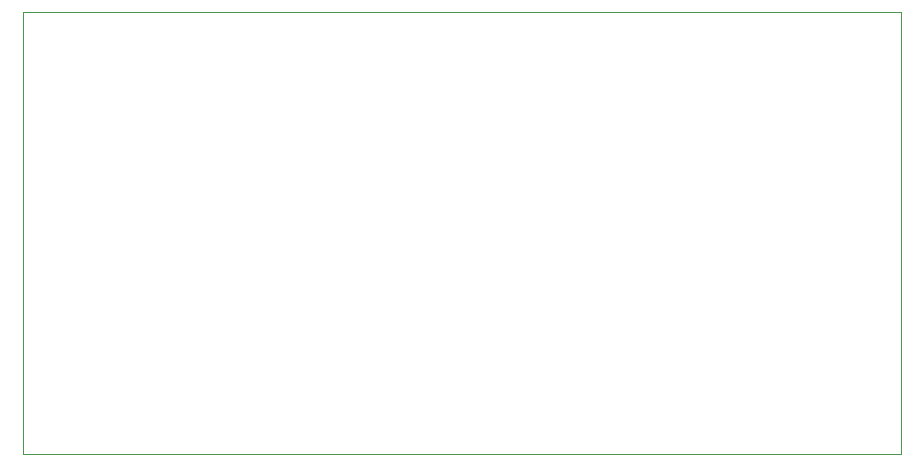
<source format=gbr>
%TF.GenerationSoftware,KiCad,Pcbnew,7.0.7*%
%TF.CreationDate,2023-09-13T14:32:17-04:00*%
%TF.ProjectId,Alim5,416c696d-352e-46b6-9963-61645f706362,rev?*%
%TF.SameCoordinates,Original*%
%TF.FileFunction,Profile,NP*%
%FSLAX46Y46*%
G04 Gerber Fmt 4.6, Leading zero omitted, Abs format (unit mm)*
G04 Created by KiCad (PCBNEW 7.0.7) date 2023-09-13 14:32:17*
%MOMM*%
%LPD*%
G01*
G04 APERTURE LIST*
%TA.AperFunction,Profile*%
%ADD10C,0.100000*%
%TD*%
G04 APERTURE END LIST*
D10*
X104780000Y-85750000D02*
X179190000Y-85750000D01*
X179190000Y-123220000D01*
X104780000Y-123220000D01*
X104780000Y-85750000D01*
M02*

</source>
